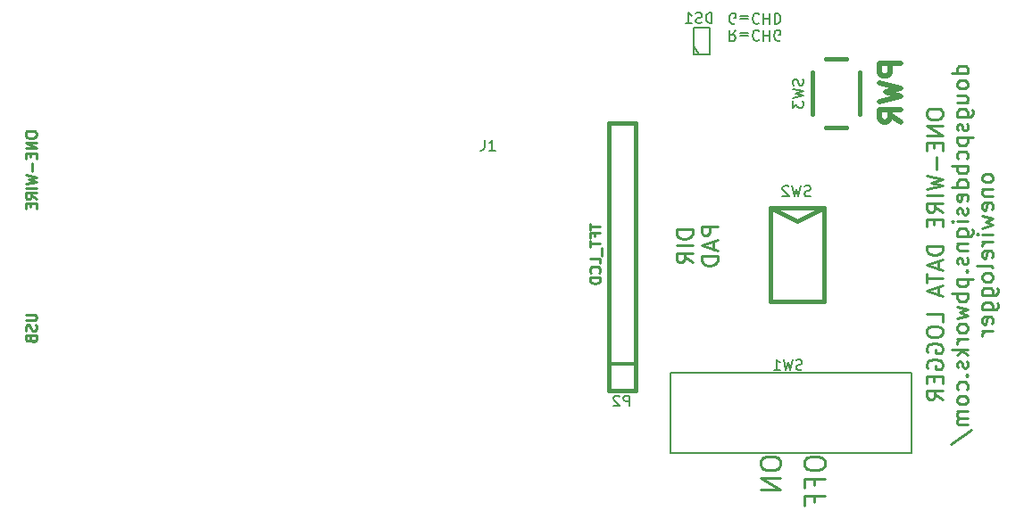
<source format=gbo>
G04 (created by PCBNEW (2013-04-19 BZR 4011)-stable) date 27/01/2014 13:36:20*
%MOIN*%
G04 Gerber Fmt 3.4, Leading zero omitted, Abs format*
%FSLAX34Y34*%
G01*
G70*
G90*
G04 APERTURE LIST*
%ADD10C,0*%
%ADD11C,0.00984252*%
%ADD12C,0.00787402*%
%ADD13C,0.02*%
%ADD14C,0.01*%
%ADD15C,0.015*%
%ADD16C,0.012*%
%ADD17C,0.00590551*%
%ADD18C,0.005*%
%ADD19C,0.0035*%
%ADD20C,0.008*%
G04 APERTURE END LIST*
G54D10*
G54D11*
X44442Y-22410D02*
X43842Y-22410D01*
X43842Y-22552D01*
X43871Y-22638D01*
X43928Y-22695D01*
X43985Y-22724D01*
X44100Y-22752D01*
X44185Y-22752D01*
X44300Y-22724D01*
X44357Y-22695D01*
X44414Y-22638D01*
X44442Y-22552D01*
X44442Y-22410D01*
X44442Y-23010D02*
X43842Y-23010D01*
X44442Y-23638D02*
X44157Y-23438D01*
X44442Y-23295D02*
X43842Y-23295D01*
X43842Y-23524D01*
X43871Y-23581D01*
X43900Y-23610D01*
X43957Y-23638D01*
X44042Y-23638D01*
X44100Y-23610D01*
X44128Y-23581D01*
X44157Y-23524D01*
X44157Y-23295D01*
X45381Y-22295D02*
X44781Y-22295D01*
X44781Y-22524D01*
X44809Y-22581D01*
X44838Y-22610D01*
X44895Y-22638D01*
X44981Y-22638D01*
X45038Y-22610D01*
X45066Y-22581D01*
X45095Y-22524D01*
X45095Y-22295D01*
X45209Y-22867D02*
X45209Y-23152D01*
X45381Y-22810D02*
X44781Y-23010D01*
X45381Y-23210D01*
X45381Y-23410D02*
X44781Y-23410D01*
X44781Y-23552D01*
X44809Y-23638D01*
X44866Y-23695D01*
X44924Y-23724D01*
X45038Y-23752D01*
X45124Y-23752D01*
X45238Y-23724D01*
X45295Y-23695D01*
X45352Y-23638D01*
X45381Y-23552D01*
X45381Y-23410D01*
G54D12*
X46049Y-14958D02*
X45918Y-15146D01*
X45824Y-14958D02*
X45824Y-15352D01*
X45974Y-15352D01*
X46012Y-15333D01*
X46031Y-15314D01*
X46049Y-15277D01*
X46049Y-15221D01*
X46031Y-15183D01*
X46012Y-15164D01*
X45974Y-15146D01*
X45824Y-15146D01*
X46218Y-15164D02*
X46518Y-15164D01*
X46518Y-15052D02*
X46218Y-15052D01*
X46931Y-14996D02*
X46912Y-14977D01*
X46856Y-14958D01*
X46818Y-14958D01*
X46762Y-14977D01*
X46724Y-15014D01*
X46706Y-15052D01*
X46687Y-15127D01*
X46687Y-15183D01*
X46706Y-15258D01*
X46724Y-15296D01*
X46762Y-15333D01*
X46818Y-15352D01*
X46856Y-15352D01*
X46912Y-15333D01*
X46931Y-15314D01*
X47099Y-14958D02*
X47099Y-15352D01*
X47099Y-15164D02*
X47324Y-15164D01*
X47324Y-14958D02*
X47324Y-15352D01*
X47718Y-15333D02*
X47680Y-15352D01*
X47624Y-15352D01*
X47568Y-15333D01*
X47530Y-15296D01*
X47512Y-15258D01*
X47493Y-15183D01*
X47493Y-15127D01*
X47512Y-15052D01*
X47530Y-15014D01*
X47568Y-14977D01*
X47624Y-14958D01*
X47662Y-14958D01*
X47718Y-14977D01*
X47737Y-14996D01*
X47737Y-15127D01*
X47662Y-15127D01*
X46031Y-14703D02*
X45993Y-14722D01*
X45937Y-14722D01*
X45881Y-14703D01*
X45843Y-14666D01*
X45824Y-14628D01*
X45806Y-14553D01*
X45806Y-14497D01*
X45824Y-14422D01*
X45843Y-14385D01*
X45881Y-14347D01*
X45937Y-14328D01*
X45974Y-14328D01*
X46031Y-14347D01*
X46049Y-14366D01*
X46049Y-14497D01*
X45974Y-14497D01*
X46218Y-14535D02*
X46518Y-14535D01*
X46518Y-14422D02*
X46218Y-14422D01*
X46931Y-14366D02*
X46912Y-14347D01*
X46856Y-14328D01*
X46818Y-14328D01*
X46762Y-14347D01*
X46724Y-14385D01*
X46706Y-14422D01*
X46687Y-14497D01*
X46687Y-14553D01*
X46706Y-14628D01*
X46724Y-14666D01*
X46762Y-14703D01*
X46818Y-14722D01*
X46856Y-14722D01*
X46912Y-14703D01*
X46931Y-14685D01*
X47099Y-14328D02*
X47099Y-14722D01*
X47099Y-14535D02*
X47324Y-14535D01*
X47324Y-14328D02*
X47324Y-14722D01*
X47512Y-14328D02*
X47512Y-14722D01*
X47605Y-14722D01*
X47662Y-14703D01*
X47699Y-14666D01*
X47718Y-14628D01*
X47737Y-14553D01*
X47737Y-14497D01*
X47718Y-14422D01*
X47699Y-14385D01*
X47662Y-14347D01*
X47605Y-14328D01*
X47512Y-14328D01*
G54D11*
X19549Y-25585D02*
X19867Y-25585D01*
X19905Y-25604D01*
X19924Y-25623D01*
X19942Y-25660D01*
X19942Y-25735D01*
X19924Y-25773D01*
X19905Y-25792D01*
X19867Y-25810D01*
X19549Y-25810D01*
X19924Y-25979D02*
X19942Y-26035D01*
X19942Y-26129D01*
X19924Y-26167D01*
X19905Y-26185D01*
X19867Y-26204D01*
X19830Y-26204D01*
X19792Y-26185D01*
X19774Y-26167D01*
X19755Y-26129D01*
X19736Y-26054D01*
X19717Y-26017D01*
X19699Y-25998D01*
X19661Y-25979D01*
X19624Y-25979D01*
X19586Y-25998D01*
X19567Y-26017D01*
X19549Y-26054D01*
X19549Y-26148D01*
X19567Y-26204D01*
X19736Y-26504D02*
X19755Y-26560D01*
X19774Y-26579D01*
X19811Y-26598D01*
X19867Y-26598D01*
X19905Y-26579D01*
X19924Y-26560D01*
X19942Y-26523D01*
X19942Y-26373D01*
X19549Y-26373D01*
X19549Y-26504D01*
X19567Y-26541D01*
X19586Y-26560D01*
X19624Y-26579D01*
X19661Y-26579D01*
X19699Y-26560D01*
X19717Y-26541D01*
X19736Y-26504D01*
X19736Y-26373D01*
X19549Y-18817D02*
X19549Y-18892D01*
X19567Y-18930D01*
X19605Y-18967D01*
X19680Y-18986D01*
X19811Y-18986D01*
X19886Y-18967D01*
X19924Y-18930D01*
X19942Y-18892D01*
X19942Y-18817D01*
X19924Y-18780D01*
X19886Y-18742D01*
X19811Y-18724D01*
X19680Y-18724D01*
X19605Y-18742D01*
X19567Y-18780D01*
X19549Y-18817D01*
X19942Y-19155D02*
X19549Y-19155D01*
X19942Y-19380D01*
X19549Y-19380D01*
X19736Y-19567D02*
X19736Y-19699D01*
X19942Y-19755D02*
X19942Y-19567D01*
X19549Y-19567D01*
X19549Y-19755D01*
X19792Y-19924D02*
X19792Y-20224D01*
X19549Y-20374D02*
X19942Y-20467D01*
X19661Y-20542D01*
X19942Y-20617D01*
X19549Y-20711D01*
X19942Y-20861D02*
X19549Y-20861D01*
X19942Y-21273D02*
X19755Y-21142D01*
X19942Y-21048D02*
X19549Y-21048D01*
X19549Y-21198D01*
X19567Y-21236D01*
X19586Y-21255D01*
X19624Y-21273D01*
X19680Y-21273D01*
X19717Y-21255D01*
X19736Y-21236D01*
X19755Y-21198D01*
X19755Y-21048D01*
X19736Y-21442D02*
X19736Y-21573D01*
X19942Y-21630D02*
X19942Y-21442D01*
X19549Y-21442D01*
X19549Y-21630D01*
X40612Y-22192D02*
X40612Y-22417D01*
X41005Y-22305D02*
X40612Y-22305D01*
X40799Y-22679D02*
X40799Y-22548D01*
X41005Y-22548D02*
X40612Y-22548D01*
X40612Y-22736D01*
X40612Y-22829D02*
X40612Y-23054D01*
X41005Y-22942D02*
X40612Y-22942D01*
X41043Y-23092D02*
X41043Y-23392D01*
X41005Y-23673D02*
X41005Y-23486D01*
X40612Y-23486D01*
X40968Y-24029D02*
X40987Y-24011D01*
X41005Y-23954D01*
X41005Y-23917D01*
X40987Y-23861D01*
X40949Y-23823D01*
X40912Y-23804D01*
X40837Y-23786D01*
X40780Y-23786D01*
X40705Y-23804D01*
X40668Y-23823D01*
X40630Y-23861D01*
X40612Y-23917D01*
X40612Y-23954D01*
X40630Y-24011D01*
X40649Y-24029D01*
X41005Y-24198D02*
X40612Y-24198D01*
X40612Y-24292D01*
X40630Y-24348D01*
X40668Y-24386D01*
X40705Y-24404D01*
X40780Y-24423D01*
X40837Y-24423D01*
X40912Y-24404D01*
X40949Y-24386D01*
X40987Y-24348D01*
X41005Y-24292D01*
X41005Y-24198D01*
G54D13*
X52213Y-16213D02*
X51413Y-16213D01*
X51413Y-16518D01*
X51451Y-16594D01*
X51490Y-16632D01*
X51566Y-16670D01*
X51680Y-16670D01*
X51756Y-16632D01*
X51794Y-16594D01*
X51832Y-16518D01*
X51832Y-16213D01*
X51413Y-16937D02*
X52213Y-17127D01*
X51642Y-17280D01*
X52213Y-17432D01*
X51413Y-17622D01*
X52213Y-18384D02*
X51832Y-18118D01*
X52213Y-17927D02*
X51413Y-17927D01*
X51413Y-18232D01*
X51451Y-18308D01*
X51490Y-18346D01*
X51566Y-18384D01*
X51680Y-18384D01*
X51756Y-18346D01*
X51794Y-18308D01*
X51832Y-18232D01*
X51832Y-17927D01*
G54D14*
X48628Y-31077D02*
X48628Y-31219D01*
X48664Y-31291D01*
X48735Y-31362D01*
X48878Y-31398D01*
X49128Y-31398D01*
X49271Y-31362D01*
X49342Y-31291D01*
X49378Y-31219D01*
X49378Y-31077D01*
X49342Y-31005D01*
X49271Y-30934D01*
X49128Y-30898D01*
X48878Y-30898D01*
X48735Y-30934D01*
X48664Y-31005D01*
X48628Y-31077D01*
X48985Y-31969D02*
X48985Y-31719D01*
X49378Y-31719D02*
X48628Y-31719D01*
X48628Y-32077D01*
X48985Y-32612D02*
X48985Y-32362D01*
X49378Y-32362D02*
X48628Y-32362D01*
X48628Y-32719D01*
X46974Y-31071D02*
X46974Y-31214D01*
X47010Y-31285D01*
X47081Y-31356D01*
X47224Y-31392D01*
X47474Y-31392D01*
X47617Y-31356D01*
X47689Y-31285D01*
X47724Y-31214D01*
X47724Y-31071D01*
X47689Y-30999D01*
X47617Y-30928D01*
X47474Y-30892D01*
X47224Y-30892D01*
X47081Y-30928D01*
X47010Y-30999D01*
X46974Y-31071D01*
X47724Y-31714D02*
X46974Y-31714D01*
X47724Y-32142D01*
X46974Y-32142D01*
G54D11*
X53186Y-18026D02*
X53186Y-18141D01*
X53214Y-18198D01*
X53271Y-18255D01*
X53386Y-18283D01*
X53586Y-18283D01*
X53700Y-18255D01*
X53757Y-18198D01*
X53786Y-18141D01*
X53786Y-18026D01*
X53757Y-17969D01*
X53700Y-17912D01*
X53586Y-17883D01*
X53386Y-17883D01*
X53271Y-17912D01*
X53214Y-17969D01*
X53186Y-18026D01*
X53786Y-18541D02*
X53186Y-18541D01*
X53786Y-18883D01*
X53186Y-18883D01*
X53471Y-19169D02*
X53471Y-19369D01*
X53786Y-19455D02*
X53786Y-19169D01*
X53186Y-19169D01*
X53186Y-19455D01*
X53557Y-19712D02*
X53557Y-20169D01*
X53186Y-20398D02*
X53786Y-20541D01*
X53357Y-20655D01*
X53786Y-20769D01*
X53186Y-20912D01*
X53786Y-21141D02*
X53186Y-21141D01*
X53786Y-21769D02*
X53500Y-21569D01*
X53786Y-21426D02*
X53186Y-21426D01*
X53186Y-21655D01*
X53214Y-21712D01*
X53243Y-21741D01*
X53300Y-21769D01*
X53386Y-21769D01*
X53443Y-21741D01*
X53471Y-21712D01*
X53500Y-21655D01*
X53500Y-21426D01*
X53471Y-22026D02*
X53471Y-22226D01*
X53786Y-22312D02*
X53786Y-22026D01*
X53186Y-22026D01*
X53186Y-22312D01*
X53786Y-23026D02*
X53186Y-23026D01*
X53186Y-23169D01*
X53214Y-23255D01*
X53271Y-23312D01*
X53329Y-23341D01*
X53443Y-23369D01*
X53529Y-23369D01*
X53643Y-23341D01*
X53700Y-23312D01*
X53757Y-23255D01*
X53786Y-23169D01*
X53786Y-23026D01*
X53614Y-23598D02*
X53614Y-23883D01*
X53786Y-23541D02*
X53186Y-23741D01*
X53786Y-23941D01*
X53186Y-24055D02*
X53186Y-24398D01*
X53786Y-24226D02*
X53186Y-24226D01*
X53614Y-24569D02*
X53614Y-24855D01*
X53786Y-24512D02*
X53186Y-24712D01*
X53786Y-24912D01*
X53786Y-25855D02*
X53786Y-25569D01*
X53186Y-25569D01*
X53186Y-26169D02*
X53186Y-26283D01*
X53214Y-26341D01*
X53271Y-26398D01*
X53386Y-26426D01*
X53586Y-26426D01*
X53700Y-26398D01*
X53757Y-26341D01*
X53786Y-26283D01*
X53786Y-26169D01*
X53757Y-26112D01*
X53700Y-26055D01*
X53586Y-26026D01*
X53386Y-26026D01*
X53271Y-26055D01*
X53214Y-26112D01*
X53186Y-26169D01*
X53214Y-26998D02*
X53186Y-26941D01*
X53186Y-26855D01*
X53214Y-26769D01*
X53271Y-26712D01*
X53329Y-26683D01*
X53443Y-26655D01*
X53529Y-26655D01*
X53643Y-26683D01*
X53700Y-26712D01*
X53757Y-26769D01*
X53786Y-26855D01*
X53786Y-26912D01*
X53757Y-26998D01*
X53729Y-27026D01*
X53529Y-27026D01*
X53529Y-26912D01*
X53214Y-27598D02*
X53186Y-27541D01*
X53186Y-27455D01*
X53214Y-27369D01*
X53271Y-27312D01*
X53329Y-27283D01*
X53443Y-27255D01*
X53529Y-27255D01*
X53643Y-27283D01*
X53700Y-27312D01*
X53757Y-27369D01*
X53786Y-27455D01*
X53786Y-27512D01*
X53757Y-27598D01*
X53729Y-27626D01*
X53529Y-27626D01*
X53529Y-27512D01*
X53471Y-27883D02*
X53471Y-28083D01*
X53786Y-28169D02*
X53786Y-27883D01*
X53186Y-27883D01*
X53186Y-28169D01*
X53786Y-28769D02*
X53500Y-28569D01*
X53786Y-28426D02*
X53186Y-28426D01*
X53186Y-28655D01*
X53214Y-28712D01*
X53243Y-28741D01*
X53300Y-28769D01*
X53386Y-28769D01*
X53443Y-28741D01*
X53471Y-28712D01*
X53500Y-28655D01*
X53500Y-28426D01*
X54724Y-16569D02*
X54124Y-16569D01*
X54696Y-16569D02*
X54724Y-16512D01*
X54724Y-16398D01*
X54696Y-16341D01*
X54667Y-16312D01*
X54610Y-16283D01*
X54438Y-16283D01*
X54381Y-16312D01*
X54353Y-16341D01*
X54324Y-16398D01*
X54324Y-16512D01*
X54353Y-16569D01*
X54724Y-16941D02*
X54696Y-16883D01*
X54667Y-16855D01*
X54610Y-16826D01*
X54438Y-16826D01*
X54381Y-16855D01*
X54353Y-16883D01*
X54324Y-16941D01*
X54324Y-17026D01*
X54353Y-17083D01*
X54381Y-17112D01*
X54438Y-17141D01*
X54610Y-17141D01*
X54667Y-17112D01*
X54696Y-17083D01*
X54724Y-17026D01*
X54724Y-16941D01*
X54324Y-17655D02*
X54724Y-17655D01*
X54324Y-17398D02*
X54638Y-17398D01*
X54696Y-17426D01*
X54724Y-17483D01*
X54724Y-17569D01*
X54696Y-17626D01*
X54667Y-17655D01*
X54324Y-18198D02*
X54810Y-18198D01*
X54867Y-18169D01*
X54896Y-18141D01*
X54924Y-18083D01*
X54924Y-17998D01*
X54896Y-17941D01*
X54696Y-18198D02*
X54724Y-18141D01*
X54724Y-18026D01*
X54696Y-17969D01*
X54667Y-17941D01*
X54610Y-17912D01*
X54438Y-17912D01*
X54381Y-17941D01*
X54353Y-17969D01*
X54324Y-18026D01*
X54324Y-18141D01*
X54353Y-18198D01*
X54696Y-18455D02*
X54724Y-18512D01*
X54724Y-18626D01*
X54696Y-18683D01*
X54638Y-18712D01*
X54610Y-18712D01*
X54553Y-18683D01*
X54524Y-18626D01*
X54524Y-18541D01*
X54496Y-18483D01*
X54438Y-18455D01*
X54410Y-18455D01*
X54353Y-18483D01*
X54324Y-18541D01*
X54324Y-18626D01*
X54353Y-18683D01*
X54324Y-18969D02*
X54924Y-18969D01*
X54353Y-18969D02*
X54324Y-19026D01*
X54324Y-19141D01*
X54353Y-19198D01*
X54381Y-19226D01*
X54438Y-19255D01*
X54610Y-19255D01*
X54667Y-19226D01*
X54696Y-19198D01*
X54724Y-19141D01*
X54724Y-19026D01*
X54696Y-18969D01*
X54696Y-19769D02*
X54724Y-19712D01*
X54724Y-19598D01*
X54696Y-19541D01*
X54667Y-19512D01*
X54610Y-19483D01*
X54438Y-19483D01*
X54381Y-19512D01*
X54353Y-19541D01*
X54324Y-19598D01*
X54324Y-19712D01*
X54353Y-19769D01*
X54724Y-20026D02*
X54124Y-20026D01*
X54353Y-20026D02*
X54324Y-20083D01*
X54324Y-20198D01*
X54353Y-20255D01*
X54381Y-20283D01*
X54438Y-20312D01*
X54610Y-20312D01*
X54667Y-20283D01*
X54696Y-20255D01*
X54724Y-20198D01*
X54724Y-20083D01*
X54696Y-20026D01*
X54724Y-20826D02*
X54124Y-20826D01*
X54696Y-20826D02*
X54724Y-20769D01*
X54724Y-20655D01*
X54696Y-20598D01*
X54667Y-20569D01*
X54610Y-20541D01*
X54438Y-20541D01*
X54381Y-20569D01*
X54353Y-20598D01*
X54324Y-20655D01*
X54324Y-20769D01*
X54353Y-20826D01*
X54696Y-21341D02*
X54724Y-21283D01*
X54724Y-21169D01*
X54696Y-21112D01*
X54638Y-21083D01*
X54410Y-21083D01*
X54353Y-21112D01*
X54324Y-21169D01*
X54324Y-21283D01*
X54353Y-21341D01*
X54410Y-21369D01*
X54467Y-21369D01*
X54524Y-21083D01*
X54696Y-21598D02*
X54724Y-21655D01*
X54724Y-21769D01*
X54696Y-21826D01*
X54638Y-21855D01*
X54610Y-21855D01*
X54553Y-21826D01*
X54524Y-21769D01*
X54524Y-21683D01*
X54496Y-21626D01*
X54438Y-21598D01*
X54410Y-21598D01*
X54353Y-21626D01*
X54324Y-21683D01*
X54324Y-21769D01*
X54353Y-21826D01*
X54724Y-22112D02*
X54324Y-22112D01*
X54124Y-22112D02*
X54153Y-22083D01*
X54181Y-22112D01*
X54153Y-22141D01*
X54124Y-22112D01*
X54181Y-22112D01*
X54324Y-22655D02*
X54810Y-22655D01*
X54867Y-22626D01*
X54896Y-22598D01*
X54924Y-22541D01*
X54924Y-22455D01*
X54896Y-22398D01*
X54696Y-22655D02*
X54724Y-22598D01*
X54724Y-22483D01*
X54696Y-22426D01*
X54667Y-22398D01*
X54610Y-22369D01*
X54438Y-22369D01*
X54381Y-22398D01*
X54353Y-22426D01*
X54324Y-22483D01*
X54324Y-22598D01*
X54353Y-22655D01*
X54324Y-22941D02*
X54724Y-22941D01*
X54381Y-22941D02*
X54353Y-22969D01*
X54324Y-23026D01*
X54324Y-23112D01*
X54353Y-23169D01*
X54410Y-23198D01*
X54724Y-23198D01*
X54696Y-23455D02*
X54724Y-23512D01*
X54724Y-23626D01*
X54696Y-23683D01*
X54638Y-23712D01*
X54610Y-23712D01*
X54553Y-23683D01*
X54524Y-23626D01*
X54524Y-23541D01*
X54496Y-23483D01*
X54438Y-23455D01*
X54410Y-23455D01*
X54353Y-23483D01*
X54324Y-23541D01*
X54324Y-23626D01*
X54353Y-23683D01*
X54667Y-23969D02*
X54696Y-23998D01*
X54724Y-23969D01*
X54696Y-23941D01*
X54667Y-23969D01*
X54724Y-23969D01*
X54324Y-24255D02*
X54924Y-24255D01*
X54353Y-24255D02*
X54324Y-24312D01*
X54324Y-24426D01*
X54353Y-24483D01*
X54381Y-24512D01*
X54438Y-24541D01*
X54610Y-24541D01*
X54667Y-24512D01*
X54696Y-24483D01*
X54724Y-24426D01*
X54724Y-24312D01*
X54696Y-24255D01*
X54724Y-24798D02*
X54124Y-24798D01*
X54353Y-24798D02*
X54324Y-24855D01*
X54324Y-24969D01*
X54353Y-25026D01*
X54381Y-25055D01*
X54438Y-25083D01*
X54610Y-25083D01*
X54667Y-25055D01*
X54696Y-25026D01*
X54724Y-24969D01*
X54724Y-24855D01*
X54696Y-24798D01*
X54324Y-25283D02*
X54724Y-25398D01*
X54438Y-25512D01*
X54724Y-25626D01*
X54324Y-25741D01*
X54724Y-26055D02*
X54696Y-25998D01*
X54667Y-25969D01*
X54610Y-25941D01*
X54438Y-25941D01*
X54381Y-25969D01*
X54353Y-25998D01*
X54324Y-26055D01*
X54324Y-26141D01*
X54353Y-26198D01*
X54381Y-26226D01*
X54438Y-26255D01*
X54610Y-26255D01*
X54667Y-26226D01*
X54696Y-26198D01*
X54724Y-26141D01*
X54724Y-26055D01*
X54724Y-26512D02*
X54324Y-26512D01*
X54438Y-26512D02*
X54381Y-26541D01*
X54353Y-26569D01*
X54324Y-26626D01*
X54324Y-26683D01*
X54724Y-26883D02*
X54124Y-26883D01*
X54496Y-26941D02*
X54724Y-27112D01*
X54324Y-27112D02*
X54553Y-26883D01*
X54696Y-27341D02*
X54724Y-27398D01*
X54724Y-27512D01*
X54696Y-27569D01*
X54638Y-27598D01*
X54610Y-27598D01*
X54553Y-27569D01*
X54524Y-27512D01*
X54524Y-27426D01*
X54496Y-27369D01*
X54438Y-27341D01*
X54410Y-27341D01*
X54353Y-27369D01*
X54324Y-27426D01*
X54324Y-27512D01*
X54353Y-27569D01*
X54667Y-27855D02*
X54696Y-27883D01*
X54724Y-27855D01*
X54696Y-27826D01*
X54667Y-27855D01*
X54724Y-27855D01*
X54696Y-28398D02*
X54724Y-28341D01*
X54724Y-28226D01*
X54696Y-28169D01*
X54667Y-28141D01*
X54610Y-28112D01*
X54438Y-28112D01*
X54381Y-28141D01*
X54353Y-28169D01*
X54324Y-28226D01*
X54324Y-28341D01*
X54353Y-28398D01*
X54724Y-28741D02*
X54696Y-28683D01*
X54667Y-28655D01*
X54610Y-28626D01*
X54438Y-28626D01*
X54381Y-28655D01*
X54353Y-28683D01*
X54324Y-28741D01*
X54324Y-28826D01*
X54353Y-28883D01*
X54381Y-28912D01*
X54438Y-28941D01*
X54610Y-28941D01*
X54667Y-28912D01*
X54696Y-28883D01*
X54724Y-28826D01*
X54724Y-28741D01*
X54724Y-29198D02*
X54324Y-29198D01*
X54381Y-29198D02*
X54353Y-29226D01*
X54324Y-29283D01*
X54324Y-29369D01*
X54353Y-29426D01*
X54410Y-29455D01*
X54724Y-29455D01*
X54410Y-29455D02*
X54353Y-29483D01*
X54324Y-29541D01*
X54324Y-29626D01*
X54353Y-29683D01*
X54410Y-29712D01*
X54724Y-29712D01*
X54096Y-30426D02*
X54867Y-29912D01*
X55663Y-20441D02*
X55634Y-20383D01*
X55605Y-20355D01*
X55548Y-20326D01*
X55377Y-20326D01*
X55320Y-20355D01*
X55291Y-20383D01*
X55263Y-20441D01*
X55263Y-20526D01*
X55291Y-20583D01*
X55320Y-20612D01*
X55377Y-20641D01*
X55548Y-20641D01*
X55605Y-20612D01*
X55634Y-20583D01*
X55663Y-20526D01*
X55663Y-20441D01*
X55263Y-20898D02*
X55663Y-20898D01*
X55320Y-20898D02*
X55291Y-20926D01*
X55263Y-20983D01*
X55263Y-21069D01*
X55291Y-21126D01*
X55348Y-21155D01*
X55663Y-21155D01*
X55634Y-21669D02*
X55663Y-21612D01*
X55663Y-21498D01*
X55634Y-21441D01*
X55577Y-21412D01*
X55348Y-21412D01*
X55291Y-21441D01*
X55263Y-21498D01*
X55263Y-21612D01*
X55291Y-21669D01*
X55348Y-21698D01*
X55405Y-21698D01*
X55463Y-21412D01*
X55263Y-21898D02*
X55663Y-22012D01*
X55377Y-22126D01*
X55663Y-22241D01*
X55263Y-22355D01*
X55663Y-22583D02*
X55263Y-22583D01*
X55063Y-22583D02*
X55091Y-22555D01*
X55120Y-22583D01*
X55091Y-22612D01*
X55063Y-22583D01*
X55120Y-22583D01*
X55663Y-22869D02*
X55263Y-22869D01*
X55377Y-22869D02*
X55320Y-22898D01*
X55291Y-22926D01*
X55263Y-22983D01*
X55263Y-23041D01*
X55634Y-23469D02*
X55663Y-23412D01*
X55663Y-23298D01*
X55634Y-23241D01*
X55577Y-23212D01*
X55348Y-23212D01*
X55291Y-23241D01*
X55263Y-23298D01*
X55263Y-23412D01*
X55291Y-23469D01*
X55348Y-23498D01*
X55405Y-23498D01*
X55463Y-23212D01*
X55663Y-23841D02*
X55634Y-23783D01*
X55577Y-23755D01*
X55063Y-23755D01*
X55663Y-24155D02*
X55634Y-24098D01*
X55605Y-24069D01*
X55548Y-24041D01*
X55377Y-24041D01*
X55320Y-24069D01*
X55291Y-24098D01*
X55263Y-24155D01*
X55263Y-24241D01*
X55291Y-24298D01*
X55320Y-24326D01*
X55377Y-24355D01*
X55548Y-24355D01*
X55605Y-24326D01*
X55634Y-24298D01*
X55663Y-24241D01*
X55663Y-24155D01*
X55263Y-24869D02*
X55748Y-24869D01*
X55805Y-24841D01*
X55834Y-24812D01*
X55863Y-24755D01*
X55863Y-24669D01*
X55834Y-24612D01*
X55634Y-24869D02*
X55663Y-24812D01*
X55663Y-24698D01*
X55634Y-24641D01*
X55605Y-24612D01*
X55548Y-24583D01*
X55377Y-24583D01*
X55320Y-24612D01*
X55291Y-24641D01*
X55263Y-24698D01*
X55263Y-24812D01*
X55291Y-24869D01*
X55263Y-25412D02*
X55748Y-25412D01*
X55805Y-25383D01*
X55834Y-25355D01*
X55863Y-25298D01*
X55863Y-25212D01*
X55834Y-25155D01*
X55634Y-25412D02*
X55663Y-25355D01*
X55663Y-25241D01*
X55634Y-25183D01*
X55605Y-25155D01*
X55548Y-25126D01*
X55377Y-25126D01*
X55320Y-25155D01*
X55291Y-25183D01*
X55263Y-25241D01*
X55263Y-25355D01*
X55291Y-25412D01*
X55634Y-25926D02*
X55663Y-25869D01*
X55663Y-25755D01*
X55634Y-25698D01*
X55577Y-25669D01*
X55348Y-25669D01*
X55291Y-25698D01*
X55263Y-25755D01*
X55263Y-25869D01*
X55291Y-25926D01*
X55348Y-25955D01*
X55405Y-25955D01*
X55463Y-25669D01*
X55663Y-26212D02*
X55263Y-26212D01*
X55377Y-26212D02*
X55320Y-26241D01*
X55291Y-26269D01*
X55263Y-26326D01*
X55263Y-26383D01*
G54D15*
X42330Y-28425D02*
X41330Y-28425D01*
X42330Y-28425D02*
X42330Y-18425D01*
X42330Y-18425D02*
X41330Y-18425D01*
X41330Y-18425D02*
X41330Y-28425D01*
G54D16*
X41330Y-27425D02*
X42330Y-27425D01*
G54D15*
X47364Y-21600D02*
X47364Y-25100D01*
X47364Y-25100D02*
X49364Y-25100D01*
X49364Y-25100D02*
X49364Y-21600D01*
X49364Y-21600D02*
X47364Y-21600D01*
X47364Y-21600D02*
X48364Y-22100D01*
X48364Y-22100D02*
X49364Y-21600D01*
X49364Y-21600D02*
X48364Y-21600D01*
G54D17*
X52610Y-30771D02*
X52610Y-27771D01*
X43610Y-30771D02*
X43610Y-27771D01*
X52610Y-27771D02*
X43610Y-27771D01*
X43610Y-30771D02*
X52610Y-30771D01*
G54D15*
X50197Y-18602D02*
X49409Y-18602D01*
X48917Y-18109D02*
X48917Y-16535D01*
X50197Y-16042D02*
X49508Y-16042D01*
X49508Y-16042D02*
X49409Y-16042D01*
X50689Y-18109D02*
X50689Y-16535D01*
G54D18*
X44490Y-15550D02*
X44690Y-15850D01*
X44490Y-14850D02*
X44490Y-15875D01*
X44490Y-15875D02*
X45090Y-15875D01*
X45090Y-15875D02*
X45090Y-14850D01*
X45090Y-14850D02*
X44490Y-14850D01*
G54D17*
X42090Y-29009D02*
X42090Y-28615D01*
X41940Y-28615D01*
X41903Y-28634D01*
X41884Y-28653D01*
X41865Y-28690D01*
X41865Y-28746D01*
X41884Y-28784D01*
X41903Y-28803D01*
X41940Y-28821D01*
X42090Y-28821D01*
X41715Y-28653D02*
X41696Y-28634D01*
X41659Y-28615D01*
X41565Y-28615D01*
X41528Y-28634D01*
X41509Y-28653D01*
X41490Y-28690D01*
X41490Y-28728D01*
X41509Y-28784D01*
X41734Y-29009D01*
X41490Y-29009D01*
X48854Y-21150D02*
X48798Y-21169D01*
X48704Y-21169D01*
X48667Y-21150D01*
X48648Y-21131D01*
X48629Y-21094D01*
X48629Y-21056D01*
X48648Y-21019D01*
X48667Y-21000D01*
X48704Y-20981D01*
X48779Y-20963D01*
X48817Y-20944D01*
X48836Y-20925D01*
X48854Y-20888D01*
X48854Y-20850D01*
X48836Y-20813D01*
X48817Y-20794D01*
X48779Y-20775D01*
X48686Y-20775D01*
X48629Y-20794D01*
X48498Y-20775D02*
X48404Y-21169D01*
X48329Y-20888D01*
X48255Y-21169D01*
X48161Y-20775D01*
X48030Y-20813D02*
X48011Y-20794D01*
X47973Y-20775D01*
X47880Y-20775D01*
X47842Y-20794D01*
X47823Y-20813D01*
X47805Y-20850D01*
X47805Y-20888D01*
X47823Y-20944D01*
X48048Y-21169D01*
X47805Y-21169D01*
X48536Y-27640D02*
X48480Y-27659D01*
X48386Y-27659D01*
X48349Y-27640D01*
X48330Y-27621D01*
X48311Y-27584D01*
X48311Y-27546D01*
X48330Y-27509D01*
X48349Y-27490D01*
X48386Y-27471D01*
X48461Y-27453D01*
X48499Y-27434D01*
X48517Y-27415D01*
X48536Y-27378D01*
X48536Y-27340D01*
X48517Y-27303D01*
X48499Y-27284D01*
X48461Y-27265D01*
X48368Y-27265D01*
X48311Y-27284D01*
X48180Y-27265D02*
X48086Y-27659D01*
X48011Y-27378D01*
X47936Y-27659D01*
X47843Y-27265D01*
X47486Y-27659D02*
X47711Y-27659D01*
X47599Y-27659D02*
X47599Y-27265D01*
X47636Y-27321D01*
X47674Y-27359D01*
X47711Y-27378D01*
X36685Y-19062D02*
X36685Y-19344D01*
X36666Y-19400D01*
X36629Y-19437D01*
X36572Y-19456D01*
X36535Y-19456D01*
X37078Y-19456D02*
X36853Y-19456D01*
X36966Y-19456D02*
X36966Y-19062D01*
X36928Y-19119D01*
X36891Y-19156D01*
X36853Y-19175D01*
G54D19*
G54D20*
X48568Y-16789D02*
X48587Y-16846D01*
X48587Y-16941D01*
X48568Y-16979D01*
X48549Y-16999D01*
X48510Y-17018D01*
X48472Y-17018D01*
X48434Y-16999D01*
X48415Y-16979D01*
X48396Y-16941D01*
X48377Y-16865D01*
X48358Y-16827D01*
X48339Y-16808D01*
X48301Y-16789D01*
X48263Y-16789D01*
X48225Y-16808D01*
X48206Y-16827D01*
X48187Y-16865D01*
X48187Y-16960D01*
X48206Y-17018D01*
X48187Y-17151D02*
X48587Y-17246D01*
X48301Y-17322D01*
X48587Y-17399D01*
X48187Y-17494D01*
X48187Y-17608D02*
X48187Y-17856D01*
X48339Y-17722D01*
X48339Y-17779D01*
X48358Y-17818D01*
X48377Y-17837D01*
X48415Y-17856D01*
X48510Y-17856D01*
X48549Y-17837D01*
X48568Y-17818D01*
X48587Y-17779D01*
X48587Y-17665D01*
X48568Y-17627D01*
X48549Y-17608D01*
G54D17*
X45168Y-14699D02*
X45168Y-14305D01*
X45074Y-14305D01*
X45018Y-14324D01*
X44980Y-14361D01*
X44961Y-14399D01*
X44943Y-14474D01*
X44943Y-14530D01*
X44961Y-14605D01*
X44980Y-14643D01*
X45018Y-14680D01*
X45074Y-14699D01*
X45168Y-14699D01*
X44793Y-14680D02*
X44736Y-14699D01*
X44643Y-14699D01*
X44605Y-14680D01*
X44586Y-14661D01*
X44568Y-14624D01*
X44568Y-14586D01*
X44586Y-14549D01*
X44605Y-14530D01*
X44643Y-14511D01*
X44718Y-14493D01*
X44755Y-14474D01*
X44774Y-14455D01*
X44793Y-14418D01*
X44793Y-14380D01*
X44774Y-14343D01*
X44755Y-14324D01*
X44718Y-14305D01*
X44624Y-14305D01*
X44568Y-14324D01*
X44193Y-14699D02*
X44418Y-14699D01*
X44305Y-14699D02*
X44305Y-14305D01*
X44343Y-14361D01*
X44380Y-14399D01*
X44418Y-14418D01*
M02*

</source>
